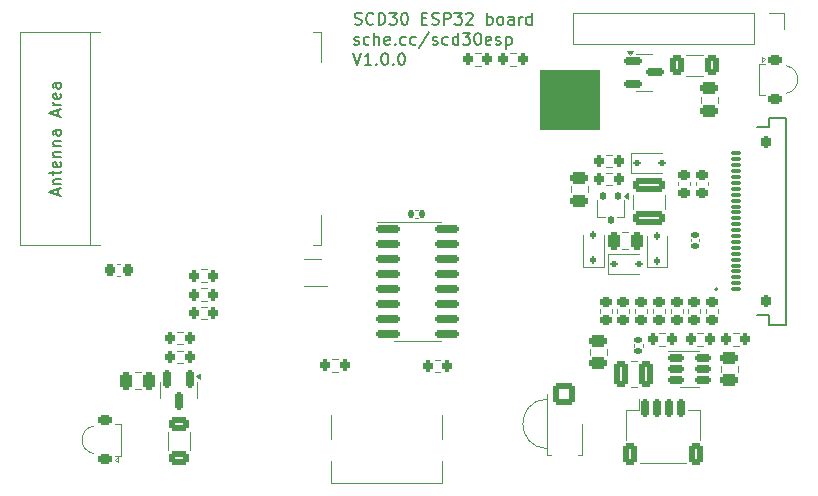
<source format=gbr>
%TF.GenerationSoftware,KiCad,Pcbnew,8.0.7*%
%TF.CreationDate,2025-01-23T23:10:57+01:00*%
%TF.ProjectId,scd30_esp,73636433-305f-4657-9370-2e6b69636164,rev?*%
%TF.SameCoordinates,Original*%
%TF.FileFunction,Legend,Top*%
%TF.FilePolarity,Positive*%
%FSLAX46Y46*%
G04 Gerber Fmt 4.6, Leading zero omitted, Abs format (unit mm)*
G04 Created by KiCad (PCBNEW 8.0.7) date 2025-01-23 23:10:57*
%MOMM*%
%LPD*%
G01*
G04 APERTURE LIST*
G04 Aperture macros list*
%AMRoundRect*
0 Rectangle with rounded corners*
0 $1 Rounding radius*
0 $2 $3 $4 $5 $6 $7 $8 $9 X,Y pos of 4 corners*
0 Add a 4 corners polygon primitive as box body*
4,1,4,$2,$3,$4,$5,$6,$7,$8,$9,$2,$3,0*
0 Add four circle primitives for the rounded corners*
1,1,$1+$1,$2,$3*
1,1,$1+$1,$4,$5*
1,1,$1+$1,$6,$7*
1,1,$1+$1,$8,$9*
0 Add four rect primitives between the rounded corners*
20,1,$1+$1,$2,$3,$4,$5,0*
20,1,$1+$1,$4,$5,$6,$7,0*
20,1,$1+$1,$6,$7,$8,$9,0*
20,1,$1+$1,$8,$9,$2,$3,0*%
G04 Aperture macros list end*
%ADD10C,0.100000*%
%ADD11C,0.150000*%
%ADD12C,0.120000*%
%ADD13C,0.127000*%
%ADD14C,0.200000*%
%ADD15C,0.010000*%
%ADD16RoundRect,0.200000X-0.200000X-0.275000X0.200000X-0.275000X0.200000X0.275000X-0.200000X0.275000X0*%
%ADD17RoundRect,0.225000X-0.250000X0.225000X-0.250000X-0.225000X0.250000X-0.225000X0.250000X0.225000X0*%
%ADD18RoundRect,0.225000X0.225000X0.250000X-0.225000X0.250000X-0.225000X-0.250000X0.225000X-0.250000X0*%
%ADD19RoundRect,0.140000X-0.170000X0.140000X-0.170000X-0.140000X0.170000X-0.140000X0.170000X0.140000X0*%
%ADD20R,1.400000X0.300000*%
%ADD21RoundRect,0.200000X0.200000X0.275000X-0.200000X0.275000X-0.200000X-0.275000X0.200000X-0.275000X0*%
%ADD22R,1.700000X1.700000*%
%ADD23O,1.700000X1.700000*%
%ADD24RoundRect,0.250000X0.625000X-0.312500X0.625000X0.312500X-0.625000X0.312500X-0.625000X-0.312500X0*%
%ADD25C,3.200000*%
%ADD26RoundRect,0.075000X0.325000X-0.075000X0.325000X0.075000X-0.325000X0.075000X-0.325000X-0.075000X0*%
%ADD27RoundRect,0.200000X0.200000X-0.300000X0.200000X0.300000X-0.200000X0.300000X-0.200000X-0.300000X0*%
%ADD28RoundRect,0.112500X0.112500X-0.187500X0.112500X0.187500X-0.112500X0.187500X-0.112500X-0.187500X0*%
%ADD29RoundRect,0.150000X-0.150000X-0.625000X0.150000X-0.625000X0.150000X0.625000X-0.150000X0.625000X0*%
%ADD30RoundRect,0.250000X-0.350000X-0.650000X0.350000X-0.650000X0.350000X0.650000X-0.350000X0.650000X0*%
%ADD31R,0.650000X0.400000*%
%ADD32C,0.650000*%
%ADD33R,0.600000X1.450000*%
%ADD34R,0.300000X1.450000*%
%ADD35O,1.000000X2.100000*%
%ADD36O,1.000000X1.600000*%
%ADD37RoundRect,0.150000X-0.587500X-0.150000X0.587500X-0.150000X0.587500X0.150000X-0.587500X0.150000X0*%
%ADD38RoundRect,0.150000X-0.825000X-0.150000X0.825000X-0.150000X0.825000X0.150000X-0.825000X0.150000X0*%
%ADD39RoundRect,0.250000X0.475000X-0.250000X0.475000X0.250000X-0.475000X0.250000X-0.475000X-0.250000X0*%
%ADD40RoundRect,0.250000X0.312500X0.625000X-0.312500X0.625000X-0.312500X-0.625000X0.312500X-0.625000X0*%
%ADD41R,0.900000X1.500000*%
%ADD42R,1.500000X0.900000*%
%ADD43R,0.900000X0.900000*%
%ADD44RoundRect,0.250000X-1.075000X0.375000X-1.075000X-0.375000X1.075000X-0.375000X1.075000X0.375000X0*%
%ADD45RoundRect,0.250000X-0.250000X-0.475000X0.250000X-0.475000X0.250000X0.475000X-0.250000X0.475000X0*%
%ADD46RoundRect,0.140000X0.140000X0.170000X-0.140000X0.170000X-0.140000X-0.170000X0.140000X-0.170000X0*%
%ADD47RoundRect,0.112500X-0.187500X-0.112500X0.187500X-0.112500X0.187500X0.112500X-0.187500X0.112500X0*%
%ADD48RoundRect,0.225000X-0.375000X0.225000X-0.375000X-0.225000X0.375000X-0.225000X0.375000X0.225000X0*%
%ADD49RoundRect,0.150000X-0.512500X-0.150000X0.512500X-0.150000X0.512500X0.150000X-0.512500X0.150000X0*%
%ADD50RoundRect,0.250000X0.250000X0.475000X-0.250000X0.475000X-0.250000X-0.475000X0.250000X-0.475000X0*%
%ADD51RoundRect,0.250200X-0.649800X0.649800X-0.649800X-0.649800X0.649800X-0.649800X0.649800X0.649800X0*%
%ADD52C,1.800000*%
%ADD53RoundRect,0.150000X-0.150000X0.587500X-0.150000X-0.587500X0.150000X-0.587500X0.150000X0.587500X0*%
%ADD54RoundRect,0.250000X0.375000X0.850000X-0.375000X0.850000X-0.375000X-0.850000X0.375000X-0.850000X0*%
%ADD55RoundRect,0.112500X0.112500X0.237500X-0.112500X0.237500X-0.112500X-0.237500X0.112500X-0.237500X0*%
%ADD56RoundRect,0.250000X-0.475000X0.250000X-0.475000X-0.250000X0.475000X-0.250000X0.475000X0.250000X0*%
%ADD57RoundRect,0.225000X0.375000X-0.225000X0.375000X0.225000X-0.375000X0.225000X-0.375000X-0.225000X0*%
G04 APERTURE END LIST*
D10*
X147600000Y-82900000D02*
X152600000Y-82900000D01*
X152600000Y-87900000D01*
X147600000Y-87900000D01*
X147600000Y-82900000D01*
G36*
X147600000Y-82900000D02*
G01*
X152600000Y-82900000D01*
X152600000Y-87900000D01*
X147600000Y-87900000D01*
X147600000Y-82900000D01*
G37*
D11*
X131833333Y-80707200D02*
X131928571Y-80754819D01*
X131928571Y-80754819D02*
X132119047Y-80754819D01*
X132119047Y-80754819D02*
X132214285Y-80707200D01*
X132214285Y-80707200D02*
X132261904Y-80611961D01*
X132261904Y-80611961D02*
X132261904Y-80564342D01*
X132261904Y-80564342D02*
X132214285Y-80469104D01*
X132214285Y-80469104D02*
X132119047Y-80421485D01*
X132119047Y-80421485D02*
X131976190Y-80421485D01*
X131976190Y-80421485D02*
X131880952Y-80373866D01*
X131880952Y-80373866D02*
X131833333Y-80278628D01*
X131833333Y-80278628D02*
X131833333Y-80231009D01*
X131833333Y-80231009D02*
X131880952Y-80135771D01*
X131880952Y-80135771D02*
X131976190Y-80088152D01*
X131976190Y-80088152D02*
X132119047Y-80088152D01*
X132119047Y-80088152D02*
X132214285Y-80135771D01*
X133119047Y-80707200D02*
X133023809Y-80754819D01*
X133023809Y-80754819D02*
X132833333Y-80754819D01*
X132833333Y-80754819D02*
X132738095Y-80707200D01*
X132738095Y-80707200D02*
X132690476Y-80659580D01*
X132690476Y-80659580D02*
X132642857Y-80564342D01*
X132642857Y-80564342D02*
X132642857Y-80278628D01*
X132642857Y-80278628D02*
X132690476Y-80183390D01*
X132690476Y-80183390D02*
X132738095Y-80135771D01*
X132738095Y-80135771D02*
X132833333Y-80088152D01*
X132833333Y-80088152D02*
X133023809Y-80088152D01*
X133023809Y-80088152D02*
X133119047Y-80135771D01*
X133547619Y-80754819D02*
X133547619Y-79754819D01*
X133976190Y-80754819D02*
X133976190Y-80231009D01*
X133976190Y-80231009D02*
X133928571Y-80135771D01*
X133928571Y-80135771D02*
X133833333Y-80088152D01*
X133833333Y-80088152D02*
X133690476Y-80088152D01*
X133690476Y-80088152D02*
X133595238Y-80135771D01*
X133595238Y-80135771D02*
X133547619Y-80183390D01*
X134833333Y-80707200D02*
X134738095Y-80754819D01*
X134738095Y-80754819D02*
X134547619Y-80754819D01*
X134547619Y-80754819D02*
X134452381Y-80707200D01*
X134452381Y-80707200D02*
X134404762Y-80611961D01*
X134404762Y-80611961D02*
X134404762Y-80231009D01*
X134404762Y-80231009D02*
X134452381Y-80135771D01*
X134452381Y-80135771D02*
X134547619Y-80088152D01*
X134547619Y-80088152D02*
X134738095Y-80088152D01*
X134738095Y-80088152D02*
X134833333Y-80135771D01*
X134833333Y-80135771D02*
X134880952Y-80231009D01*
X134880952Y-80231009D02*
X134880952Y-80326247D01*
X134880952Y-80326247D02*
X134404762Y-80421485D01*
X135309524Y-80659580D02*
X135357143Y-80707200D01*
X135357143Y-80707200D02*
X135309524Y-80754819D01*
X135309524Y-80754819D02*
X135261905Y-80707200D01*
X135261905Y-80707200D02*
X135309524Y-80659580D01*
X135309524Y-80659580D02*
X135309524Y-80754819D01*
X136214285Y-80707200D02*
X136119047Y-80754819D01*
X136119047Y-80754819D02*
X135928571Y-80754819D01*
X135928571Y-80754819D02*
X135833333Y-80707200D01*
X135833333Y-80707200D02*
X135785714Y-80659580D01*
X135785714Y-80659580D02*
X135738095Y-80564342D01*
X135738095Y-80564342D02*
X135738095Y-80278628D01*
X135738095Y-80278628D02*
X135785714Y-80183390D01*
X135785714Y-80183390D02*
X135833333Y-80135771D01*
X135833333Y-80135771D02*
X135928571Y-80088152D01*
X135928571Y-80088152D02*
X136119047Y-80088152D01*
X136119047Y-80088152D02*
X136214285Y-80135771D01*
X137071428Y-80707200D02*
X136976190Y-80754819D01*
X136976190Y-80754819D02*
X136785714Y-80754819D01*
X136785714Y-80754819D02*
X136690476Y-80707200D01*
X136690476Y-80707200D02*
X136642857Y-80659580D01*
X136642857Y-80659580D02*
X136595238Y-80564342D01*
X136595238Y-80564342D02*
X136595238Y-80278628D01*
X136595238Y-80278628D02*
X136642857Y-80183390D01*
X136642857Y-80183390D02*
X136690476Y-80135771D01*
X136690476Y-80135771D02*
X136785714Y-80088152D01*
X136785714Y-80088152D02*
X136976190Y-80088152D01*
X136976190Y-80088152D02*
X137071428Y-80135771D01*
X138214285Y-79707200D02*
X137357143Y-80992914D01*
X138500000Y-80707200D02*
X138595238Y-80754819D01*
X138595238Y-80754819D02*
X138785714Y-80754819D01*
X138785714Y-80754819D02*
X138880952Y-80707200D01*
X138880952Y-80707200D02*
X138928571Y-80611961D01*
X138928571Y-80611961D02*
X138928571Y-80564342D01*
X138928571Y-80564342D02*
X138880952Y-80469104D01*
X138880952Y-80469104D02*
X138785714Y-80421485D01*
X138785714Y-80421485D02*
X138642857Y-80421485D01*
X138642857Y-80421485D02*
X138547619Y-80373866D01*
X138547619Y-80373866D02*
X138500000Y-80278628D01*
X138500000Y-80278628D02*
X138500000Y-80231009D01*
X138500000Y-80231009D02*
X138547619Y-80135771D01*
X138547619Y-80135771D02*
X138642857Y-80088152D01*
X138642857Y-80088152D02*
X138785714Y-80088152D01*
X138785714Y-80088152D02*
X138880952Y-80135771D01*
X139785714Y-80707200D02*
X139690476Y-80754819D01*
X139690476Y-80754819D02*
X139500000Y-80754819D01*
X139500000Y-80754819D02*
X139404762Y-80707200D01*
X139404762Y-80707200D02*
X139357143Y-80659580D01*
X139357143Y-80659580D02*
X139309524Y-80564342D01*
X139309524Y-80564342D02*
X139309524Y-80278628D01*
X139309524Y-80278628D02*
X139357143Y-80183390D01*
X139357143Y-80183390D02*
X139404762Y-80135771D01*
X139404762Y-80135771D02*
X139500000Y-80088152D01*
X139500000Y-80088152D02*
X139690476Y-80088152D01*
X139690476Y-80088152D02*
X139785714Y-80135771D01*
X140642857Y-80754819D02*
X140642857Y-79754819D01*
X140642857Y-80707200D02*
X140547619Y-80754819D01*
X140547619Y-80754819D02*
X140357143Y-80754819D01*
X140357143Y-80754819D02*
X140261905Y-80707200D01*
X140261905Y-80707200D02*
X140214286Y-80659580D01*
X140214286Y-80659580D02*
X140166667Y-80564342D01*
X140166667Y-80564342D02*
X140166667Y-80278628D01*
X140166667Y-80278628D02*
X140214286Y-80183390D01*
X140214286Y-80183390D02*
X140261905Y-80135771D01*
X140261905Y-80135771D02*
X140357143Y-80088152D01*
X140357143Y-80088152D02*
X140547619Y-80088152D01*
X140547619Y-80088152D02*
X140642857Y-80135771D01*
X141023810Y-79754819D02*
X141642857Y-79754819D01*
X141642857Y-79754819D02*
X141309524Y-80135771D01*
X141309524Y-80135771D02*
X141452381Y-80135771D01*
X141452381Y-80135771D02*
X141547619Y-80183390D01*
X141547619Y-80183390D02*
X141595238Y-80231009D01*
X141595238Y-80231009D02*
X141642857Y-80326247D01*
X141642857Y-80326247D02*
X141642857Y-80564342D01*
X141642857Y-80564342D02*
X141595238Y-80659580D01*
X141595238Y-80659580D02*
X141547619Y-80707200D01*
X141547619Y-80707200D02*
X141452381Y-80754819D01*
X141452381Y-80754819D02*
X141166667Y-80754819D01*
X141166667Y-80754819D02*
X141071429Y-80707200D01*
X141071429Y-80707200D02*
X141023810Y-80659580D01*
X142261905Y-79754819D02*
X142357143Y-79754819D01*
X142357143Y-79754819D02*
X142452381Y-79802438D01*
X142452381Y-79802438D02*
X142500000Y-79850057D01*
X142500000Y-79850057D02*
X142547619Y-79945295D01*
X142547619Y-79945295D02*
X142595238Y-80135771D01*
X142595238Y-80135771D02*
X142595238Y-80373866D01*
X142595238Y-80373866D02*
X142547619Y-80564342D01*
X142547619Y-80564342D02*
X142500000Y-80659580D01*
X142500000Y-80659580D02*
X142452381Y-80707200D01*
X142452381Y-80707200D02*
X142357143Y-80754819D01*
X142357143Y-80754819D02*
X142261905Y-80754819D01*
X142261905Y-80754819D02*
X142166667Y-80707200D01*
X142166667Y-80707200D02*
X142119048Y-80659580D01*
X142119048Y-80659580D02*
X142071429Y-80564342D01*
X142071429Y-80564342D02*
X142023810Y-80373866D01*
X142023810Y-80373866D02*
X142023810Y-80135771D01*
X142023810Y-80135771D02*
X142071429Y-79945295D01*
X142071429Y-79945295D02*
X142119048Y-79850057D01*
X142119048Y-79850057D02*
X142166667Y-79802438D01*
X142166667Y-79802438D02*
X142261905Y-79754819D01*
X143404762Y-80707200D02*
X143309524Y-80754819D01*
X143309524Y-80754819D02*
X143119048Y-80754819D01*
X143119048Y-80754819D02*
X143023810Y-80707200D01*
X143023810Y-80707200D02*
X142976191Y-80611961D01*
X142976191Y-80611961D02*
X142976191Y-80231009D01*
X142976191Y-80231009D02*
X143023810Y-80135771D01*
X143023810Y-80135771D02*
X143119048Y-80088152D01*
X143119048Y-80088152D02*
X143309524Y-80088152D01*
X143309524Y-80088152D02*
X143404762Y-80135771D01*
X143404762Y-80135771D02*
X143452381Y-80231009D01*
X143452381Y-80231009D02*
X143452381Y-80326247D01*
X143452381Y-80326247D02*
X142976191Y-80421485D01*
X143833334Y-80707200D02*
X143928572Y-80754819D01*
X143928572Y-80754819D02*
X144119048Y-80754819D01*
X144119048Y-80754819D02*
X144214286Y-80707200D01*
X144214286Y-80707200D02*
X144261905Y-80611961D01*
X144261905Y-80611961D02*
X144261905Y-80564342D01*
X144261905Y-80564342D02*
X144214286Y-80469104D01*
X144214286Y-80469104D02*
X144119048Y-80421485D01*
X144119048Y-80421485D02*
X143976191Y-80421485D01*
X143976191Y-80421485D02*
X143880953Y-80373866D01*
X143880953Y-80373866D02*
X143833334Y-80278628D01*
X143833334Y-80278628D02*
X143833334Y-80231009D01*
X143833334Y-80231009D02*
X143880953Y-80135771D01*
X143880953Y-80135771D02*
X143976191Y-80088152D01*
X143976191Y-80088152D02*
X144119048Y-80088152D01*
X144119048Y-80088152D02*
X144214286Y-80135771D01*
X144690477Y-80088152D02*
X144690477Y-81088152D01*
X144690477Y-80135771D02*
X144785715Y-80088152D01*
X144785715Y-80088152D02*
X144976191Y-80088152D01*
X144976191Y-80088152D02*
X145071429Y-80135771D01*
X145071429Y-80135771D02*
X145119048Y-80183390D01*
X145119048Y-80183390D02*
X145166667Y-80278628D01*
X145166667Y-80278628D02*
X145166667Y-80564342D01*
X145166667Y-80564342D02*
X145119048Y-80659580D01*
X145119048Y-80659580D02*
X145071429Y-80707200D01*
X145071429Y-80707200D02*
X144976191Y-80754819D01*
X144976191Y-80754819D02*
X144785715Y-80754819D01*
X144785715Y-80754819D02*
X144690477Y-80707200D01*
X131899999Y-79007200D02*
X132042856Y-79054819D01*
X132042856Y-79054819D02*
X132280951Y-79054819D01*
X132280951Y-79054819D02*
X132376189Y-79007200D01*
X132376189Y-79007200D02*
X132423808Y-78959580D01*
X132423808Y-78959580D02*
X132471427Y-78864342D01*
X132471427Y-78864342D02*
X132471427Y-78769104D01*
X132471427Y-78769104D02*
X132423808Y-78673866D01*
X132423808Y-78673866D02*
X132376189Y-78626247D01*
X132376189Y-78626247D02*
X132280951Y-78578628D01*
X132280951Y-78578628D02*
X132090475Y-78531009D01*
X132090475Y-78531009D02*
X131995237Y-78483390D01*
X131995237Y-78483390D02*
X131947618Y-78435771D01*
X131947618Y-78435771D02*
X131899999Y-78340533D01*
X131899999Y-78340533D02*
X131899999Y-78245295D01*
X131899999Y-78245295D02*
X131947618Y-78150057D01*
X131947618Y-78150057D02*
X131995237Y-78102438D01*
X131995237Y-78102438D02*
X132090475Y-78054819D01*
X132090475Y-78054819D02*
X132328570Y-78054819D01*
X132328570Y-78054819D02*
X132471427Y-78102438D01*
X133471427Y-78959580D02*
X133423808Y-79007200D01*
X133423808Y-79007200D02*
X133280951Y-79054819D01*
X133280951Y-79054819D02*
X133185713Y-79054819D01*
X133185713Y-79054819D02*
X133042856Y-79007200D01*
X133042856Y-79007200D02*
X132947618Y-78911961D01*
X132947618Y-78911961D02*
X132899999Y-78816723D01*
X132899999Y-78816723D02*
X132852380Y-78626247D01*
X132852380Y-78626247D02*
X132852380Y-78483390D01*
X132852380Y-78483390D02*
X132899999Y-78292914D01*
X132899999Y-78292914D02*
X132947618Y-78197676D01*
X132947618Y-78197676D02*
X133042856Y-78102438D01*
X133042856Y-78102438D02*
X133185713Y-78054819D01*
X133185713Y-78054819D02*
X133280951Y-78054819D01*
X133280951Y-78054819D02*
X133423808Y-78102438D01*
X133423808Y-78102438D02*
X133471427Y-78150057D01*
X133899999Y-79054819D02*
X133899999Y-78054819D01*
X133899999Y-78054819D02*
X134138094Y-78054819D01*
X134138094Y-78054819D02*
X134280951Y-78102438D01*
X134280951Y-78102438D02*
X134376189Y-78197676D01*
X134376189Y-78197676D02*
X134423808Y-78292914D01*
X134423808Y-78292914D02*
X134471427Y-78483390D01*
X134471427Y-78483390D02*
X134471427Y-78626247D01*
X134471427Y-78626247D02*
X134423808Y-78816723D01*
X134423808Y-78816723D02*
X134376189Y-78911961D01*
X134376189Y-78911961D02*
X134280951Y-79007200D01*
X134280951Y-79007200D02*
X134138094Y-79054819D01*
X134138094Y-79054819D02*
X133899999Y-79054819D01*
X134804761Y-78054819D02*
X135423808Y-78054819D01*
X135423808Y-78054819D02*
X135090475Y-78435771D01*
X135090475Y-78435771D02*
X135233332Y-78435771D01*
X135233332Y-78435771D02*
X135328570Y-78483390D01*
X135328570Y-78483390D02*
X135376189Y-78531009D01*
X135376189Y-78531009D02*
X135423808Y-78626247D01*
X135423808Y-78626247D02*
X135423808Y-78864342D01*
X135423808Y-78864342D02*
X135376189Y-78959580D01*
X135376189Y-78959580D02*
X135328570Y-79007200D01*
X135328570Y-79007200D02*
X135233332Y-79054819D01*
X135233332Y-79054819D02*
X134947618Y-79054819D01*
X134947618Y-79054819D02*
X134852380Y-79007200D01*
X134852380Y-79007200D02*
X134804761Y-78959580D01*
X136042856Y-78054819D02*
X136138094Y-78054819D01*
X136138094Y-78054819D02*
X136233332Y-78102438D01*
X136233332Y-78102438D02*
X136280951Y-78150057D01*
X136280951Y-78150057D02*
X136328570Y-78245295D01*
X136328570Y-78245295D02*
X136376189Y-78435771D01*
X136376189Y-78435771D02*
X136376189Y-78673866D01*
X136376189Y-78673866D02*
X136328570Y-78864342D01*
X136328570Y-78864342D02*
X136280951Y-78959580D01*
X136280951Y-78959580D02*
X136233332Y-79007200D01*
X136233332Y-79007200D02*
X136138094Y-79054819D01*
X136138094Y-79054819D02*
X136042856Y-79054819D01*
X136042856Y-79054819D02*
X135947618Y-79007200D01*
X135947618Y-79007200D02*
X135899999Y-78959580D01*
X135899999Y-78959580D02*
X135852380Y-78864342D01*
X135852380Y-78864342D02*
X135804761Y-78673866D01*
X135804761Y-78673866D02*
X135804761Y-78435771D01*
X135804761Y-78435771D02*
X135852380Y-78245295D01*
X135852380Y-78245295D02*
X135899999Y-78150057D01*
X135899999Y-78150057D02*
X135947618Y-78102438D01*
X135947618Y-78102438D02*
X136042856Y-78054819D01*
X137566666Y-78531009D02*
X137899999Y-78531009D01*
X138042856Y-79054819D02*
X137566666Y-79054819D01*
X137566666Y-79054819D02*
X137566666Y-78054819D01*
X137566666Y-78054819D02*
X138042856Y-78054819D01*
X138423809Y-79007200D02*
X138566666Y-79054819D01*
X138566666Y-79054819D02*
X138804761Y-79054819D01*
X138804761Y-79054819D02*
X138899999Y-79007200D01*
X138899999Y-79007200D02*
X138947618Y-78959580D01*
X138947618Y-78959580D02*
X138995237Y-78864342D01*
X138995237Y-78864342D02*
X138995237Y-78769104D01*
X138995237Y-78769104D02*
X138947618Y-78673866D01*
X138947618Y-78673866D02*
X138899999Y-78626247D01*
X138899999Y-78626247D02*
X138804761Y-78578628D01*
X138804761Y-78578628D02*
X138614285Y-78531009D01*
X138614285Y-78531009D02*
X138519047Y-78483390D01*
X138519047Y-78483390D02*
X138471428Y-78435771D01*
X138471428Y-78435771D02*
X138423809Y-78340533D01*
X138423809Y-78340533D02*
X138423809Y-78245295D01*
X138423809Y-78245295D02*
X138471428Y-78150057D01*
X138471428Y-78150057D02*
X138519047Y-78102438D01*
X138519047Y-78102438D02*
X138614285Y-78054819D01*
X138614285Y-78054819D02*
X138852380Y-78054819D01*
X138852380Y-78054819D02*
X138995237Y-78102438D01*
X139423809Y-79054819D02*
X139423809Y-78054819D01*
X139423809Y-78054819D02*
X139804761Y-78054819D01*
X139804761Y-78054819D02*
X139899999Y-78102438D01*
X139899999Y-78102438D02*
X139947618Y-78150057D01*
X139947618Y-78150057D02*
X139995237Y-78245295D01*
X139995237Y-78245295D02*
X139995237Y-78388152D01*
X139995237Y-78388152D02*
X139947618Y-78483390D01*
X139947618Y-78483390D02*
X139899999Y-78531009D01*
X139899999Y-78531009D02*
X139804761Y-78578628D01*
X139804761Y-78578628D02*
X139423809Y-78578628D01*
X140328571Y-78054819D02*
X140947618Y-78054819D01*
X140947618Y-78054819D02*
X140614285Y-78435771D01*
X140614285Y-78435771D02*
X140757142Y-78435771D01*
X140757142Y-78435771D02*
X140852380Y-78483390D01*
X140852380Y-78483390D02*
X140899999Y-78531009D01*
X140899999Y-78531009D02*
X140947618Y-78626247D01*
X140947618Y-78626247D02*
X140947618Y-78864342D01*
X140947618Y-78864342D02*
X140899999Y-78959580D01*
X140899999Y-78959580D02*
X140852380Y-79007200D01*
X140852380Y-79007200D02*
X140757142Y-79054819D01*
X140757142Y-79054819D02*
X140471428Y-79054819D01*
X140471428Y-79054819D02*
X140376190Y-79007200D01*
X140376190Y-79007200D02*
X140328571Y-78959580D01*
X141328571Y-78150057D02*
X141376190Y-78102438D01*
X141376190Y-78102438D02*
X141471428Y-78054819D01*
X141471428Y-78054819D02*
X141709523Y-78054819D01*
X141709523Y-78054819D02*
X141804761Y-78102438D01*
X141804761Y-78102438D02*
X141852380Y-78150057D01*
X141852380Y-78150057D02*
X141899999Y-78245295D01*
X141899999Y-78245295D02*
X141899999Y-78340533D01*
X141899999Y-78340533D02*
X141852380Y-78483390D01*
X141852380Y-78483390D02*
X141280952Y-79054819D01*
X141280952Y-79054819D02*
X141899999Y-79054819D01*
X143090476Y-79054819D02*
X143090476Y-78054819D01*
X143090476Y-78435771D02*
X143185714Y-78388152D01*
X143185714Y-78388152D02*
X143376190Y-78388152D01*
X143376190Y-78388152D02*
X143471428Y-78435771D01*
X143471428Y-78435771D02*
X143519047Y-78483390D01*
X143519047Y-78483390D02*
X143566666Y-78578628D01*
X143566666Y-78578628D02*
X143566666Y-78864342D01*
X143566666Y-78864342D02*
X143519047Y-78959580D01*
X143519047Y-78959580D02*
X143471428Y-79007200D01*
X143471428Y-79007200D02*
X143376190Y-79054819D01*
X143376190Y-79054819D02*
X143185714Y-79054819D01*
X143185714Y-79054819D02*
X143090476Y-79007200D01*
X144138095Y-79054819D02*
X144042857Y-79007200D01*
X144042857Y-79007200D02*
X143995238Y-78959580D01*
X143995238Y-78959580D02*
X143947619Y-78864342D01*
X143947619Y-78864342D02*
X143947619Y-78578628D01*
X143947619Y-78578628D02*
X143995238Y-78483390D01*
X143995238Y-78483390D02*
X144042857Y-78435771D01*
X144042857Y-78435771D02*
X144138095Y-78388152D01*
X144138095Y-78388152D02*
X144280952Y-78388152D01*
X144280952Y-78388152D02*
X144376190Y-78435771D01*
X144376190Y-78435771D02*
X144423809Y-78483390D01*
X144423809Y-78483390D02*
X144471428Y-78578628D01*
X144471428Y-78578628D02*
X144471428Y-78864342D01*
X144471428Y-78864342D02*
X144423809Y-78959580D01*
X144423809Y-78959580D02*
X144376190Y-79007200D01*
X144376190Y-79007200D02*
X144280952Y-79054819D01*
X144280952Y-79054819D02*
X144138095Y-79054819D01*
X145328571Y-79054819D02*
X145328571Y-78531009D01*
X145328571Y-78531009D02*
X145280952Y-78435771D01*
X145280952Y-78435771D02*
X145185714Y-78388152D01*
X145185714Y-78388152D02*
X144995238Y-78388152D01*
X144995238Y-78388152D02*
X144900000Y-78435771D01*
X145328571Y-79007200D02*
X145233333Y-79054819D01*
X145233333Y-79054819D02*
X144995238Y-79054819D01*
X144995238Y-79054819D02*
X144900000Y-79007200D01*
X144900000Y-79007200D02*
X144852381Y-78911961D01*
X144852381Y-78911961D02*
X144852381Y-78816723D01*
X144852381Y-78816723D02*
X144900000Y-78721485D01*
X144900000Y-78721485D02*
X144995238Y-78673866D01*
X144995238Y-78673866D02*
X145233333Y-78673866D01*
X145233333Y-78673866D02*
X145328571Y-78626247D01*
X145804762Y-79054819D02*
X145804762Y-78388152D01*
X145804762Y-78578628D02*
X145852381Y-78483390D01*
X145852381Y-78483390D02*
X145900000Y-78435771D01*
X145900000Y-78435771D02*
X145995238Y-78388152D01*
X145995238Y-78388152D02*
X146090476Y-78388152D01*
X146852381Y-79054819D02*
X146852381Y-78054819D01*
X146852381Y-79007200D02*
X146757143Y-79054819D01*
X146757143Y-79054819D02*
X146566667Y-79054819D01*
X146566667Y-79054819D02*
X146471429Y-79007200D01*
X146471429Y-79007200D02*
X146423810Y-78959580D01*
X146423810Y-78959580D02*
X146376191Y-78864342D01*
X146376191Y-78864342D02*
X146376191Y-78578628D01*
X146376191Y-78578628D02*
X146423810Y-78483390D01*
X146423810Y-78483390D02*
X146471429Y-78435771D01*
X146471429Y-78435771D02*
X146566667Y-78388152D01*
X146566667Y-78388152D02*
X146757143Y-78388152D01*
X146757143Y-78388152D02*
X146852381Y-78435771D01*
X131761905Y-81454819D02*
X132095238Y-82454819D01*
X132095238Y-82454819D02*
X132428571Y-81454819D01*
X133285714Y-82454819D02*
X132714286Y-82454819D01*
X133000000Y-82454819D02*
X133000000Y-81454819D01*
X133000000Y-81454819D02*
X132904762Y-81597676D01*
X132904762Y-81597676D02*
X132809524Y-81692914D01*
X132809524Y-81692914D02*
X132714286Y-81740533D01*
X133714286Y-82359580D02*
X133761905Y-82407200D01*
X133761905Y-82407200D02*
X133714286Y-82454819D01*
X133714286Y-82454819D02*
X133666667Y-82407200D01*
X133666667Y-82407200D02*
X133714286Y-82359580D01*
X133714286Y-82359580D02*
X133714286Y-82454819D01*
X134380952Y-81454819D02*
X134476190Y-81454819D01*
X134476190Y-81454819D02*
X134571428Y-81502438D01*
X134571428Y-81502438D02*
X134619047Y-81550057D01*
X134619047Y-81550057D02*
X134666666Y-81645295D01*
X134666666Y-81645295D02*
X134714285Y-81835771D01*
X134714285Y-81835771D02*
X134714285Y-82073866D01*
X134714285Y-82073866D02*
X134666666Y-82264342D01*
X134666666Y-82264342D02*
X134619047Y-82359580D01*
X134619047Y-82359580D02*
X134571428Y-82407200D01*
X134571428Y-82407200D02*
X134476190Y-82454819D01*
X134476190Y-82454819D02*
X134380952Y-82454819D01*
X134380952Y-82454819D02*
X134285714Y-82407200D01*
X134285714Y-82407200D02*
X134238095Y-82359580D01*
X134238095Y-82359580D02*
X134190476Y-82264342D01*
X134190476Y-82264342D02*
X134142857Y-82073866D01*
X134142857Y-82073866D02*
X134142857Y-81835771D01*
X134142857Y-81835771D02*
X134190476Y-81645295D01*
X134190476Y-81645295D02*
X134238095Y-81550057D01*
X134238095Y-81550057D02*
X134285714Y-81502438D01*
X134285714Y-81502438D02*
X134380952Y-81454819D01*
X135142857Y-82359580D02*
X135190476Y-82407200D01*
X135190476Y-82407200D02*
X135142857Y-82454819D01*
X135142857Y-82454819D02*
X135095238Y-82407200D01*
X135095238Y-82407200D02*
X135142857Y-82359580D01*
X135142857Y-82359580D02*
X135142857Y-82454819D01*
X135809523Y-81454819D02*
X135904761Y-81454819D01*
X135904761Y-81454819D02*
X135999999Y-81502438D01*
X135999999Y-81502438D02*
X136047618Y-81550057D01*
X136047618Y-81550057D02*
X136095237Y-81645295D01*
X136095237Y-81645295D02*
X136142856Y-81835771D01*
X136142856Y-81835771D02*
X136142856Y-82073866D01*
X136142856Y-82073866D02*
X136095237Y-82264342D01*
X136095237Y-82264342D02*
X136047618Y-82359580D01*
X136047618Y-82359580D02*
X135999999Y-82407200D01*
X135999999Y-82407200D02*
X135904761Y-82454819D01*
X135904761Y-82454819D02*
X135809523Y-82454819D01*
X135809523Y-82454819D02*
X135714285Y-82407200D01*
X135714285Y-82407200D02*
X135666666Y-82359580D01*
X135666666Y-82359580D02*
X135619047Y-82264342D01*
X135619047Y-82264342D02*
X135571428Y-82073866D01*
X135571428Y-82073866D02*
X135571428Y-81835771D01*
X135571428Y-81835771D02*
X135619047Y-81645295D01*
X135619047Y-81645295D02*
X135666666Y-81550057D01*
X135666666Y-81550057D02*
X135714285Y-81502438D01*
X135714285Y-81502438D02*
X135809523Y-81454819D01*
X106729104Y-93461905D02*
X106729104Y-92985715D01*
X107014819Y-93557143D02*
X106014819Y-93223810D01*
X106014819Y-93223810D02*
X107014819Y-92890477D01*
X106348152Y-92557143D02*
X107014819Y-92557143D01*
X106443390Y-92557143D02*
X106395771Y-92509524D01*
X106395771Y-92509524D02*
X106348152Y-92414286D01*
X106348152Y-92414286D02*
X106348152Y-92271429D01*
X106348152Y-92271429D02*
X106395771Y-92176191D01*
X106395771Y-92176191D02*
X106491009Y-92128572D01*
X106491009Y-92128572D02*
X107014819Y-92128572D01*
X106348152Y-91795238D02*
X106348152Y-91414286D01*
X106014819Y-91652381D02*
X106871961Y-91652381D01*
X106871961Y-91652381D02*
X106967200Y-91604762D01*
X106967200Y-91604762D02*
X107014819Y-91509524D01*
X107014819Y-91509524D02*
X107014819Y-91414286D01*
X106967200Y-90700000D02*
X107014819Y-90795238D01*
X107014819Y-90795238D02*
X107014819Y-90985714D01*
X107014819Y-90985714D02*
X106967200Y-91080952D01*
X106967200Y-91080952D02*
X106871961Y-91128571D01*
X106871961Y-91128571D02*
X106491009Y-91128571D01*
X106491009Y-91128571D02*
X106395771Y-91080952D01*
X106395771Y-91080952D02*
X106348152Y-90985714D01*
X106348152Y-90985714D02*
X106348152Y-90795238D01*
X106348152Y-90795238D02*
X106395771Y-90700000D01*
X106395771Y-90700000D02*
X106491009Y-90652381D01*
X106491009Y-90652381D02*
X106586247Y-90652381D01*
X106586247Y-90652381D02*
X106681485Y-91128571D01*
X106348152Y-90223809D02*
X107014819Y-90223809D01*
X106443390Y-90223809D02*
X106395771Y-90176190D01*
X106395771Y-90176190D02*
X106348152Y-90080952D01*
X106348152Y-90080952D02*
X106348152Y-89938095D01*
X106348152Y-89938095D02*
X106395771Y-89842857D01*
X106395771Y-89842857D02*
X106491009Y-89795238D01*
X106491009Y-89795238D02*
X107014819Y-89795238D01*
X106348152Y-89319047D02*
X107014819Y-89319047D01*
X106443390Y-89319047D02*
X106395771Y-89271428D01*
X106395771Y-89271428D02*
X106348152Y-89176190D01*
X106348152Y-89176190D02*
X106348152Y-89033333D01*
X106348152Y-89033333D02*
X106395771Y-88938095D01*
X106395771Y-88938095D02*
X106491009Y-88890476D01*
X106491009Y-88890476D02*
X107014819Y-88890476D01*
X107014819Y-87985714D02*
X106491009Y-87985714D01*
X106491009Y-87985714D02*
X106395771Y-88033333D01*
X106395771Y-88033333D02*
X106348152Y-88128571D01*
X106348152Y-88128571D02*
X106348152Y-88319047D01*
X106348152Y-88319047D02*
X106395771Y-88414285D01*
X106967200Y-87985714D02*
X107014819Y-88080952D01*
X107014819Y-88080952D02*
X107014819Y-88319047D01*
X107014819Y-88319047D02*
X106967200Y-88414285D01*
X106967200Y-88414285D02*
X106871961Y-88461904D01*
X106871961Y-88461904D02*
X106776723Y-88461904D01*
X106776723Y-88461904D02*
X106681485Y-88414285D01*
X106681485Y-88414285D02*
X106633866Y-88319047D01*
X106633866Y-88319047D02*
X106633866Y-88080952D01*
X106633866Y-88080952D02*
X106586247Y-87985714D01*
X106729104Y-86795237D02*
X106729104Y-86319047D01*
X107014819Y-86890475D02*
X106014819Y-86557142D01*
X106014819Y-86557142D02*
X107014819Y-86223809D01*
X107014819Y-85890475D02*
X106348152Y-85890475D01*
X106538628Y-85890475D02*
X106443390Y-85842856D01*
X106443390Y-85842856D02*
X106395771Y-85795237D01*
X106395771Y-85795237D02*
X106348152Y-85699999D01*
X106348152Y-85699999D02*
X106348152Y-85604761D01*
X106967200Y-84890475D02*
X107014819Y-84985713D01*
X107014819Y-84985713D02*
X107014819Y-85176189D01*
X107014819Y-85176189D02*
X106967200Y-85271427D01*
X106967200Y-85271427D02*
X106871961Y-85319046D01*
X106871961Y-85319046D02*
X106491009Y-85319046D01*
X106491009Y-85319046D02*
X106395771Y-85271427D01*
X106395771Y-85271427D02*
X106348152Y-85176189D01*
X106348152Y-85176189D02*
X106348152Y-84985713D01*
X106348152Y-84985713D02*
X106395771Y-84890475D01*
X106395771Y-84890475D02*
X106491009Y-84842856D01*
X106491009Y-84842856D02*
X106586247Y-84842856D01*
X106586247Y-84842856D02*
X106681485Y-85319046D01*
X107014819Y-83985713D02*
X106491009Y-83985713D01*
X106491009Y-83985713D02*
X106395771Y-84033332D01*
X106395771Y-84033332D02*
X106348152Y-84128570D01*
X106348152Y-84128570D02*
X106348152Y-84319046D01*
X106348152Y-84319046D02*
X106395771Y-84414284D01*
X106967200Y-83985713D02*
X107014819Y-84080951D01*
X107014819Y-84080951D02*
X107014819Y-84319046D01*
X107014819Y-84319046D02*
X106967200Y-84414284D01*
X106967200Y-84414284D02*
X106871961Y-84461903D01*
X106871961Y-84461903D02*
X106776723Y-84461903D01*
X106776723Y-84461903D02*
X106681485Y-84414284D01*
X106681485Y-84414284D02*
X106633866Y-84319046D01*
X106633866Y-84319046D02*
X106633866Y-84080951D01*
X106633866Y-84080951D02*
X106586247Y-83985713D01*
D12*
%TO.C,R12*%
X145062742Y-81477500D02*
X145537258Y-81477500D01*
X145062742Y-82522500D02*
X145537258Y-82522500D01*
%TO.C,R9*%
X118862742Y-102927500D02*
X119337258Y-102927500D01*
X118862742Y-103972500D02*
X119337258Y-103972500D01*
%TO.C,C17*%
X160790000Y-92384420D02*
X160790000Y-92665580D01*
X161810000Y-92384420D02*
X161810000Y-92665580D01*
%TO.C,C5*%
X112040580Y-99290000D02*
X111759420Y-99290000D01*
X112040580Y-100310000D02*
X111759420Y-100310000D01*
%TO.C,C20*%
X160340000Y-97192164D02*
X160340000Y-97407836D01*
X161060000Y-97192164D02*
X161060000Y-97407836D01*
%TO.C,R3*%
X163902742Y-105177500D02*
X164377258Y-105177500D01*
X163902742Y-106222500D02*
X164377258Y-106222500D01*
D13*
%TO.C,J3*%
X165920000Y-103650000D02*
X167000000Y-103650000D01*
X167000000Y-86950000D02*
X167000000Y-87750000D01*
X167000000Y-87750000D02*
X165920000Y-87750000D01*
X167000000Y-103650000D02*
X167000000Y-104450000D01*
X167000000Y-104450000D02*
X168400000Y-104450000D01*
X168400000Y-86950000D02*
X167000000Y-86950000D01*
X168400000Y-104450000D02*
X168400000Y-86950000D01*
D14*
X162600000Y-101450000D02*
G75*
G02*
X162400000Y-101450000I-100000J0D01*
G01*
X162400000Y-101450000D02*
G75*
G02*
X162600000Y-101450000I100000J0D01*
G01*
D12*
%TO.C,C16*%
X152627500Y-103159420D02*
X152627500Y-103440580D01*
X153647500Y-103159420D02*
X153647500Y-103440580D01*
%TO.C,R13*%
X142537258Y-81477500D02*
X142062742Y-81477500D01*
X142537258Y-82522500D02*
X142062742Y-82522500D01*
%TO.C,J1*%
X150355000Y-78070000D02*
X150355000Y-80730000D01*
X165655000Y-78070000D02*
X150355000Y-78070000D01*
X165655000Y-78070000D02*
X165655000Y-80730000D01*
X165655000Y-80730000D02*
X150355000Y-80730000D01*
X166925000Y-78070000D02*
X168255000Y-78070000D01*
X168255000Y-78070000D02*
X168255000Y-79400000D01*
%TO.C,R4*%
X138662742Y-107427500D02*
X139137258Y-107427500D01*
X138662742Y-108472500D02*
X139137258Y-108472500D01*
%TO.C,C13*%
X157127500Y-103159420D02*
X157127500Y-103440580D01*
X158147500Y-103159420D02*
X158147500Y-103440580D01*
%TO.C,R6*%
X153637258Y-91577500D02*
X153162742Y-91577500D01*
X153637258Y-92622500D02*
X153162742Y-92622500D01*
%TO.C,C10*%
X161627500Y-103159420D02*
X161627500Y-103440580D01*
X162647500Y-103159420D02*
X162647500Y-103440580D01*
%TO.C,R16*%
X116090000Y-115027064D02*
X116090000Y-113572936D01*
X117910000Y-115027064D02*
X117910000Y-113572936D01*
%TO.C,D2*%
X151250000Y-99560000D02*
X151250000Y-96900000D01*
X151250000Y-99560000D02*
X152950000Y-99560000D01*
X152950000Y-99560000D02*
X152950000Y-96900000D01*
%TO.C,J4*%
X154890000Y-111715000D02*
X155940000Y-111715000D01*
X154890000Y-114215000D02*
X154890000Y-111715000D01*
X155940000Y-111715000D02*
X155940000Y-110725000D01*
X156060000Y-116185000D02*
X159940000Y-116185000D01*
X161110000Y-111715000D02*
X160060000Y-111715000D01*
X161110000Y-114215000D02*
X161110000Y-111715000D01*
%TO.C,Q3*%
X127600000Y-101210000D02*
X129500000Y-101210000D01*
X129000000Y-98890000D02*
X127600000Y-98890000D01*
%TO.C,J2*%
X129875000Y-112100000D02*
X129875000Y-114100000D01*
X129875000Y-116000000D02*
X129875000Y-117900000D01*
X129875000Y-117900000D02*
X139275000Y-117900000D01*
X139275000Y-112100000D02*
X139275000Y-114100000D01*
X139275000Y-116000000D02*
X139275000Y-117900000D01*
%TO.C,Q2*%
X156362500Y-81540000D02*
X155712500Y-81540000D01*
X156362500Y-81540000D02*
X157012500Y-81540000D01*
X156362500Y-84660000D02*
X155712500Y-84660000D01*
X156362500Y-84660000D02*
X157012500Y-84660000D01*
X155200000Y-81590000D02*
X154960000Y-81260000D01*
X155440000Y-81260000D01*
X155200000Y-81590000D01*
G36*
X155200000Y-81590000D02*
G01*
X154960000Y-81260000D01*
X155440000Y-81260000D01*
X155200000Y-81590000D01*
G37*
%TO.C,R1*%
X157687742Y-105177500D02*
X158162258Y-105177500D01*
X157687742Y-106222500D02*
X158162258Y-106222500D01*
%TO.C,U3*%
X137200000Y-95740000D02*
X133750000Y-95740000D01*
X137200000Y-95740000D02*
X139150000Y-95740000D01*
X137200000Y-105860000D02*
X135250000Y-105860000D01*
X137200000Y-105860000D02*
X139150000Y-105860000D01*
%TO.C,C15*%
X154127500Y-103159420D02*
X154127500Y-103440580D01*
X155147500Y-103159420D02*
X155147500Y-103440580D01*
%TO.C,C9*%
X150165000Y-93261252D02*
X150165000Y-92738748D01*
X151635000Y-93261252D02*
X151635000Y-92738748D01*
%TO.C,C18*%
X159290000Y-92384420D02*
X159290000Y-92665580D01*
X160310000Y-92384420D02*
X160310000Y-92665580D01*
%TO.C,R11*%
X161389564Y-81590000D02*
X159935436Y-81590000D01*
X161389564Y-83410000D02*
X159935436Y-83410000D01*
%TO.C,U2*%
X103560000Y-79700000D02*
X110310000Y-79700000D01*
X103560000Y-97700000D02*
X103560000Y-79700000D01*
X103560000Y-97700000D02*
X110310000Y-97700000D01*
X109500000Y-79700000D02*
X109500000Y-97700000D01*
X128310000Y-79700000D02*
X129060000Y-79700000D01*
X128310000Y-97700000D02*
X129060000Y-97700000D01*
X129060000Y-79700000D02*
X129060000Y-80450000D01*
X129060000Y-80450000D02*
X129060000Y-82200000D01*
X129060000Y-96950000D02*
X129060000Y-95200000D01*
X129060000Y-97700000D02*
X129060000Y-96950000D01*
%TO.C,R15*%
X116837742Y-106677500D02*
X117312258Y-106677500D01*
X116837742Y-107722500D02*
X117312258Y-107722500D01*
%TO.C,L2*%
X155440000Y-93447936D02*
X155440000Y-94652064D01*
X158160000Y-93447936D02*
X158160000Y-94652064D01*
%TO.C,R5*%
X130437258Y-107377500D02*
X129962742Y-107377500D01*
X130437258Y-108422500D02*
X129962742Y-108422500D01*
%TO.C,C11*%
X160127500Y-103159420D02*
X160127500Y-103440580D01*
X161147500Y-103159420D02*
X161147500Y-103440580D01*
%TO.C,R14*%
X116837742Y-105077500D02*
X117312258Y-105077500D01*
X116837742Y-106122500D02*
X117312258Y-106122500D01*
%TO.C,C2*%
X151765000Y-107011252D02*
X151765000Y-106488748D01*
X153235000Y-107011252D02*
X153235000Y-106488748D01*
%TO.C,C7*%
X113238748Y-108465000D02*
X113761252Y-108465000D01*
X113238748Y-109935000D02*
X113761252Y-109935000D01*
%TO.C,C4*%
X137202836Y-94735000D02*
X136987164Y-94735000D01*
X137202836Y-95455000D02*
X136987164Y-95455000D01*
%TO.C,D3*%
X153290000Y-98500000D02*
X153290000Y-100200000D01*
X153290000Y-98500000D02*
X155950000Y-98500000D01*
X153290000Y-100200000D02*
X155950000Y-100200000D01*
%TO.C,D1*%
X155240000Y-89900000D02*
X155240000Y-91600000D01*
X155240000Y-89900000D02*
X157900000Y-89900000D01*
X155240000Y-91600000D02*
X157900000Y-91600000D01*
D10*
%TO.C,D5*%
X166075000Y-82350000D02*
X166600000Y-82350000D01*
X166075000Y-85050000D02*
X166075000Y-82350000D01*
D12*
X166400000Y-81800000D02*
X166400000Y-82200000D01*
X166600000Y-82000000D02*
X166400000Y-81800000D01*
X166600000Y-82000000D02*
X166400000Y-82200000D01*
D10*
X166600000Y-85050000D02*
X166075000Y-85050000D01*
X168401596Y-82537061D02*
G75*
G02*
X168400000Y-84863180I-176595J-1162939D01*
G01*
D12*
%TO.C,C1*%
X155540000Y-106092164D02*
X155540000Y-106307836D01*
X156260000Y-106092164D02*
X156260000Y-106307836D01*
%TO.C,R7*%
X153637258Y-90077500D02*
X153162742Y-90077500D01*
X153637258Y-91122500D02*
X153162742Y-91122500D01*
%TO.C,U1*%
X160200000Y-106650000D02*
X158400000Y-106650000D01*
X160200000Y-106650000D02*
X161000000Y-106650000D01*
X160200000Y-109770000D02*
X159400000Y-109770000D01*
X160200000Y-109770000D02*
X161000000Y-109770000D01*
%TO.C,R8*%
X118862742Y-101377500D02*
X119337258Y-101377500D01*
X118862742Y-102422500D02*
X119337258Y-102422500D01*
%TO.C,C14*%
X155627500Y-103159420D02*
X155627500Y-103440580D01*
X156647500Y-103159420D02*
X156647500Y-103440580D01*
%TO.C,C8*%
X155061252Y-96615000D02*
X154538748Y-96615000D01*
X155061252Y-98085000D02*
X154538748Y-98085000D01*
%TO.C,D4*%
X156650000Y-99610000D02*
X156650000Y-96950000D01*
X156650000Y-99610000D02*
X158350000Y-99610000D01*
X158350000Y-99610000D02*
X158350000Y-96950000D01*
%TO.C,R10*%
X118862742Y-99777500D02*
X119337258Y-99777500D01*
X118862742Y-100822500D02*
X119337258Y-100822500D01*
%TO.C,U4*%
X148125000Y-115450000D02*
X148125000Y-110360000D01*
X148465000Y-115450000D02*
X148125000Y-115450000D01*
X150785000Y-115450000D02*
X151135000Y-115450000D01*
X151135000Y-115450000D02*
X151135000Y-112850000D01*
X148125000Y-114950000D02*
G75*
G02*
X148123264Y-110750083I100000J2100000D01*
G01*
%TO.C,R2*%
X160902742Y-105177500D02*
X161377258Y-105177500D01*
X160902742Y-106222500D02*
X161377258Y-106222500D01*
%TO.C,Q4*%
X115415000Y-110000000D02*
X115415000Y-109350000D01*
X115415000Y-110000000D02*
X115415000Y-110650000D01*
X118535000Y-110000000D02*
X118535000Y-109350000D01*
X118535000Y-110000000D02*
X118535000Y-110650000D01*
X118815000Y-109077500D02*
X118485000Y-108837500D01*
X118815000Y-108597500D01*
X118815000Y-109077500D01*
G36*
X118815000Y-109077500D02*
G01*
X118485000Y-108837500D01*
X118815000Y-108597500D01*
X118815000Y-109077500D01*
G37*
%TO.C,L1*%
X155761252Y-107490000D02*
X155238748Y-107490000D01*
X155761252Y-109710000D02*
X155238748Y-109710000D01*
%TO.C,Q1*%
X152390000Y-93920000D02*
X152390000Y-95330000D01*
X153050000Y-95330000D02*
X152390000Y-95330000D01*
X154710000Y-93920000D02*
X154710000Y-95330000D01*
X154710000Y-95330000D02*
X154050000Y-95330000D01*
X155020000Y-93790000D02*
X154690000Y-93550000D01*
X155020000Y-93310000D01*
X155020000Y-93790000D01*
G36*
X155020000Y-93790000D02*
G01*
X154690000Y-93550000D01*
X155020000Y-93310000D01*
X155020000Y-93790000D01*
G37*
%TO.C,C3*%
X162865000Y-108471252D02*
X162865000Y-107948748D01*
X164335000Y-108471252D02*
X164335000Y-107948748D01*
%TO.C,C12*%
X158627500Y-103159420D02*
X158627500Y-103440580D01*
X159647500Y-103159420D02*
X159647500Y-103440580D01*
%TO.C,C6*%
X161165000Y-85138748D02*
X161165000Y-85661252D01*
X162635000Y-85138748D02*
X162635000Y-85661252D01*
D10*
%TO.C,D6*%
X111600000Y-112850000D02*
X112125000Y-112850000D01*
D12*
X111600000Y-115900000D02*
X111800000Y-115700000D01*
X111600000Y-115900000D02*
X111800000Y-116100000D01*
X111800000Y-116100000D02*
X111800000Y-115700000D01*
D10*
X112125000Y-112850000D02*
X112125000Y-115550000D01*
X112125000Y-115550000D02*
X111600000Y-115550000D01*
X109798404Y-115362939D02*
G75*
G02*
X109800000Y-113036820I176595J1162939D01*
G01*
%TD*%
%LPC*%
D15*
%TO.C,J3*%
X165700000Y-88150000D02*
X166400000Y-88150000D01*
X166400000Y-89600000D01*
X163900000Y-89600000D01*
X163900000Y-87450000D01*
X164400000Y-87450000D01*
X164400000Y-86750000D01*
X165700000Y-86750000D01*
X165700000Y-88150000D01*
G36*
X165700000Y-88150000D02*
G01*
X166400000Y-88150000D01*
X166400000Y-89600000D01*
X163900000Y-89600000D01*
X163900000Y-87450000D01*
X164400000Y-87450000D01*
X164400000Y-86750000D01*
X165700000Y-86750000D01*
X165700000Y-88150000D01*
G37*
X166400000Y-103250000D02*
X165700000Y-103250000D01*
X165700000Y-104650000D01*
X164400000Y-104650000D01*
X164400000Y-103950000D01*
X163900000Y-103950000D01*
X163900000Y-101800000D01*
X166400000Y-101800000D01*
X166400000Y-103250000D01*
G36*
X166400000Y-103250000D02*
G01*
X165700000Y-103250000D01*
X165700000Y-104650000D01*
X164400000Y-104650000D01*
X164400000Y-103950000D01*
X163900000Y-103950000D01*
X163900000Y-101800000D01*
X166400000Y-101800000D01*
X166400000Y-103250000D01*
G37*
%TO.C,G\u002A\u002A\u002A*%
X136806148Y-88935709D02*
X136957675Y-89085617D01*
X136995591Y-89186409D01*
X136990035Y-89424006D01*
X136869597Y-89583970D01*
X136680419Y-89641067D01*
X136468640Y-89570063D01*
X136399714Y-89512285D01*
X136287686Y-89368433D01*
X136294031Y-89235259D01*
X136420089Y-89051290D01*
X136609649Y-88920204D01*
X136806148Y-88935709D01*
G36*
X136806148Y-88935709D02*
G01*
X136957675Y-89085617D01*
X136995591Y-89186409D01*
X136990035Y-89424006D01*
X136869597Y-89583970D01*
X136680419Y-89641067D01*
X136468640Y-89570063D01*
X136399714Y-89512285D01*
X136287686Y-89368433D01*
X136294031Y-89235259D01*
X136420089Y-89051290D01*
X136609649Y-88920204D01*
X136806148Y-88935709D01*
G37*
X135681477Y-88946842D02*
X135832006Y-89090593D01*
X135922698Y-89244418D01*
X135928000Y-89279044D01*
X135864510Y-89406230D01*
X135721001Y-89547052D01*
X135567909Y-89637457D01*
X135525214Y-89645333D01*
X135395490Y-89590710D01*
X135299047Y-89512285D01*
X135191094Y-89356386D01*
X135166000Y-89264333D01*
X135231721Y-89100494D01*
X135380867Y-88949034D01*
X135539925Y-88883333D01*
X135681477Y-88946842D01*
G36*
X135681477Y-88946842D02*
G01*
X135832006Y-89090593D01*
X135922698Y-89244418D01*
X135928000Y-89279044D01*
X135864510Y-89406230D01*
X135721001Y-89547052D01*
X135567909Y-89637457D01*
X135525214Y-89645333D01*
X135395490Y-89590710D01*
X135299047Y-89512285D01*
X135191094Y-89356386D01*
X135166000Y-89264333D01*
X135231721Y-89100494D01*
X135380867Y-88949034D01*
X135539925Y-88883333D01*
X135681477Y-88946842D01*
G37*
X143387919Y-86412640D02*
X144333817Y-86725473D01*
X144617897Y-86850277D01*
X145261726Y-87213902D01*
X145763271Y-87647037D01*
X146141455Y-88167376D01*
X146249105Y-88375333D01*
X146342579Y-88587867D01*
X146405184Y-88783714D01*
X146442999Y-89005008D01*
X146462106Y-89293888D01*
X146468583Y-89692488D01*
X146469000Y-89899333D01*
X146456755Y-90490491D01*
X146409333Y-90975422D01*
X146310705Y-91385255D01*
X146144844Y-91751121D01*
X145895719Y-92104150D01*
X145547301Y-92475471D01*
X145083563Y-92896215D01*
X144802718Y-93135456D01*
X144524360Y-93401906D01*
X144283992Y-93688996D01*
X144149370Y-93903020D01*
X144023194Y-94251007D01*
X143976915Y-94580932D01*
X144012718Y-94846732D01*
X144098333Y-94979333D01*
X144214614Y-95117107D01*
X144170273Y-95202538D01*
X143966241Y-95234024D01*
X143950167Y-95234160D01*
X143717125Y-95270896D01*
X143417622Y-95364176D01*
X143230500Y-95441932D01*
X142786000Y-95648876D01*
X142786000Y-95429447D01*
X142777846Y-95305307D01*
X142725923Y-95246079D01*
X142589037Y-95237194D01*
X142325998Y-95264083D01*
X142320333Y-95264749D01*
X142014506Y-95282497D01*
X141861604Y-95250446D01*
X141855241Y-95176196D01*
X141989036Y-95067347D01*
X142256602Y-94931499D01*
X142651557Y-94776252D01*
X142763331Y-94737379D01*
X143421000Y-94513666D01*
X143446269Y-93982089D01*
X143453571Y-93681290D01*
X143427955Y-93488641D01*
X143351626Y-93343637D01*
X143214247Y-93193221D01*
X142946932Y-93002804D01*
X142699540Y-92970999D01*
X142484188Y-93087266D01*
X142312992Y-93341062D01*
X142198071Y-93721848D01*
X142154605Y-94115035D01*
X142133200Y-94598333D01*
X141808198Y-94651171D01*
X141462159Y-94785425D01*
X141288352Y-94947504D01*
X141093508Y-95191000D01*
X141093087Y-94910127D01*
X141079886Y-94722971D01*
X141018368Y-94664741D01*
X140902167Y-94687025D01*
X140697207Y-94787971D01*
X140521167Y-94919156D01*
X140330667Y-95093517D01*
X140330667Y-94915921D01*
X140407019Y-94666871D01*
X140608837Y-94425469D01*
X140895265Y-94231145D01*
X141132423Y-94142147D01*
X141314137Y-94093428D01*
X141435376Y-94034764D01*
X141515647Y-93932372D01*
X141574460Y-93752469D01*
X141631324Y-93461271D01*
X141675594Y-93201541D01*
X141712082Y-92886404D01*
X141692707Y-92711178D01*
X141671301Y-92684660D01*
X141565110Y-92654500D01*
X141319487Y-92601391D01*
X140961940Y-92530762D01*
X140519976Y-92448042D01*
X140021102Y-92358660D01*
X140006883Y-92356167D01*
X139064163Y-92181097D01*
X138272947Y-92011267D01*
X137615737Y-91841284D01*
X137075039Y-91665755D01*
X136633355Y-91479289D01*
X136273190Y-91276494D01*
X136097333Y-91151269D01*
X135901039Y-90955169D01*
X135712215Y-90696924D01*
X135567981Y-90435106D01*
X135505460Y-90228285D01*
X135505100Y-90216833D01*
X135443216Y-90098638D01*
X135284533Y-90068666D01*
X135053633Y-89995691D01*
X134786937Y-89790870D01*
X134765963Y-89770230D01*
X134590051Y-89579764D01*
X134508506Y-89421632D01*
X134495587Y-89230024D01*
X134602813Y-89230024D01*
X134703708Y-89533192D01*
X134889163Y-89772767D01*
X135130426Y-89926685D01*
X135398748Y-89972883D01*
X135665377Y-89889295D01*
X135792341Y-89788689D01*
X135947001Y-89614080D01*
X136042492Y-89471189D01*
X136097585Y-89391335D01*
X136152174Y-89471189D01*
X136329948Y-89721103D01*
X136581726Y-89907797D01*
X136843005Y-89983919D01*
X136850763Y-89984000D01*
X137156393Y-89912585D01*
X137388308Y-89723742D01*
X137539752Y-89455575D01*
X137603974Y-89146186D01*
X137574220Y-88833679D01*
X137443737Y-88556155D01*
X137205771Y-88351719D01*
X137145131Y-88323141D01*
X136823880Y-88257522D01*
X136534827Y-88350749D01*
X136266296Y-88601843D01*
X136124116Y-88744384D01*
X136042985Y-88748853D01*
X136036833Y-88736299D01*
X135862030Y-88469682D01*
X135590309Y-88282756D01*
X135456577Y-88241087D01*
X135186300Y-88266958D01*
X134921085Y-88417878D01*
X134710862Y-88655613D01*
X134615228Y-88885328D01*
X134602813Y-89230024D01*
X134495587Y-89230024D01*
X134494912Y-89220027D01*
X134509552Y-89034425D01*
X134560090Y-88732176D01*
X134663069Y-88522132D01*
X134817791Y-88359195D01*
X135047827Y-88212143D01*
X135308488Y-88128325D01*
X135545057Y-88117069D01*
X135702815Y-88187708D01*
X135716323Y-88205982D01*
X135806317Y-88207174D01*
X135981535Y-88111292D01*
X136110841Y-88015482D01*
X136257584Y-87901958D01*
X136389168Y-87823600D01*
X136541881Y-87772300D01*
X136752015Y-87739947D01*
X137055860Y-87718432D01*
X137489706Y-87699645D01*
X137531565Y-87698000D01*
X138610087Y-87655666D01*
X139068210Y-87305289D01*
X139857482Y-86800826D01*
X140690098Y-86458836D01*
X141560049Y-86279814D01*
X142461326Y-86264251D01*
X143387919Y-86412640D01*
G36*
X143387919Y-86412640D02*
G01*
X144333817Y-86725473D01*
X144617897Y-86850277D01*
X145261726Y-87213902D01*
X145763271Y-87647037D01*
X146141455Y-88167376D01*
X146249105Y-88375333D01*
X146342579Y-88587867D01*
X146405184Y-88783714D01*
X146442999Y-89005008D01*
X146462106Y-89293888D01*
X146468583Y-89692488D01*
X146469000Y-89899333D01*
X146456755Y-90490491D01*
X146409333Y-90975422D01*
X146310705Y-91385255D01*
X146144844Y-91751121D01*
X145895719Y-92104150D01*
X145547301Y-92475471D01*
X145083563Y-92896215D01*
X144802718Y-93135456D01*
X144524360Y-93401906D01*
X144283992Y-93688996D01*
X144149370Y-93903020D01*
X144023194Y-94251007D01*
X143976915Y-94580932D01*
X144012718Y-94846732D01*
X144098333Y-94979333D01*
X144214614Y-95117107D01*
X144170273Y-95202538D01*
X143966241Y-95234024D01*
X143950167Y-95234160D01*
X143717125Y-95270896D01*
X143417622Y-95364176D01*
X143230500Y-95441932D01*
X142786000Y-95648876D01*
X142786000Y-95429447D01*
X142777846Y-95305307D01*
X142725923Y-95246079D01*
X142589037Y-95237194D01*
X142325998Y-95264083D01*
X142320333Y-95264749D01*
X142014506Y-95282497D01*
X141861604Y-95250446D01*
X141855241Y-95176196D01*
X141989036Y-95067347D01*
X142256602Y-94931499D01*
X142651557Y-94776252D01*
X142763331Y-94737379D01*
X143421000Y-94513666D01*
X143446269Y-93982089D01*
X143453571Y-93681290D01*
X143427955Y-93488641D01*
X143351626Y-93343637D01*
X143214247Y-93193221D01*
X142946932Y-93002804D01*
X142699540Y-92970999D01*
X142484188Y-93087266D01*
X142312992Y-93341062D01*
X142198071Y-93721848D01*
X142154605Y-94115035D01*
X142133200Y-94598333D01*
X141808198Y-94651171D01*
X141462159Y-94785425D01*
X141288352Y-94947504D01*
X141093508Y-95191000D01*
X141093087Y-94910127D01*
X141079886Y-94722971D01*
X141018368Y-94664741D01*
X140902167Y-94687025D01*
X140697207Y-94787971D01*
X140521167Y-94919156D01*
X140330667Y-95093517D01*
X140330667Y-94915921D01*
X140407019Y-94666871D01*
X140608837Y-94425469D01*
X140895265Y-94231145D01*
X141132423Y-94142147D01*
X141314137Y-94093428D01*
X141435376Y-94034764D01*
X141515647Y-93932372D01*
X141574460Y-93752469D01*
X141631324Y-93461271D01*
X141675594Y-93201541D01*
X141712082Y-92886404D01*
X141692707Y-92711178D01*
X141671301Y-92684660D01*
X141565110Y-92654500D01*
X141319487Y-92601391D01*
X140961940Y-92530762D01*
X140519976Y-92448042D01*
X140021102Y-92358660D01*
X140006883Y-92356167D01*
X139064163Y-92181097D01*
X138272947Y-92011267D01*
X137615737Y-91841284D01*
X137075039Y-91665755D01*
X136633355Y-91479289D01*
X136273190Y-91276494D01*
X136097333Y-91151269D01*
X135901039Y-90955169D01*
X135712215Y-90696924D01*
X135567981Y-90435106D01*
X135505460Y-90228285D01*
X135505100Y-90216833D01*
X135443216Y-90098638D01*
X135284533Y-90068666D01*
X135053633Y-89995691D01*
X134786937Y-89790870D01*
X134765963Y-89770230D01*
X134590051Y-89579764D01*
X134508506Y-89421632D01*
X134495587Y-89230024D01*
X134602813Y-89230024D01*
X134703708Y-89533192D01*
X134889163Y-89772767D01*
X135130426Y-89926685D01*
X135398748Y-89972883D01*
X135665377Y-89889295D01*
X135792341Y-89788689D01*
X135947001Y-89614080D01*
X136042492Y-89471189D01*
X136097585Y-89391335D01*
X136152174Y-89471189D01*
X136329948Y-89721103D01*
X136581726Y-89907797D01*
X136843005Y-89983919D01*
X136850763Y-89984000D01*
X137156393Y-89912585D01*
X137388308Y-89723742D01*
X137539752Y-89455575D01*
X137603974Y-89146186D01*
X137574220Y-88833679D01*
X137443737Y-88556155D01*
X137205771Y-88351719D01*
X137145131Y-88323141D01*
X136823880Y-88257522D01*
X136534827Y-88350749D01*
X136266296Y-88601843D01*
X136124116Y-88744384D01*
X136042985Y-88748853D01*
X136036833Y-88736299D01*
X135862030Y-88469682D01*
X135590309Y-88282756D01*
X135456577Y-88241087D01*
X135186300Y-88266958D01*
X134921085Y-88417878D01*
X134710862Y-88655613D01*
X134615228Y-88885328D01*
X134602813Y-89230024D01*
X134495587Y-89230024D01*
X134494912Y-89220027D01*
X134509552Y-89034425D01*
X134560090Y-88732176D01*
X134663069Y-88522132D01*
X134817791Y-88359195D01*
X135047827Y-88212143D01*
X135308488Y-88128325D01*
X135545057Y-88117069D01*
X135702815Y-88187708D01*
X135716323Y-88205982D01*
X135806317Y-88207174D01*
X135981535Y-88111292D01*
X136110841Y-88015482D01*
X136257584Y-87901958D01*
X136389168Y-87823600D01*
X136541881Y-87772300D01*
X136752015Y-87739947D01*
X137055860Y-87718432D01*
X137489706Y-87699645D01*
X137531565Y-87698000D01*
X138610087Y-87655666D01*
X139068210Y-87305289D01*
X139857482Y-86800826D01*
X140690098Y-86458836D01*
X141560049Y-86279814D01*
X142461326Y-86264251D01*
X143387919Y-86412640D01*
G37*
%TD*%
D16*
%TO.C,R12*%
X144475000Y-82000000D03*
X146125000Y-82000000D03*
%TD*%
%TO.C,R9*%
X118275000Y-103450000D03*
X119925000Y-103450000D03*
%TD*%
D17*
%TO.C,C17*%
X161300000Y-91750000D03*
X161300000Y-93300000D03*
%TD*%
D18*
%TO.C,C5*%
X112675000Y-99800000D03*
X111125000Y-99800000D03*
%TD*%
D19*
%TO.C,C20*%
X160700000Y-96820000D03*
X160700000Y-97780000D03*
%TD*%
D16*
%TO.C,R3*%
X163315000Y-105700000D03*
X164965000Y-105700000D03*
%TD*%
D20*
%TO.C,J3*%
X163900000Y-101450000D03*
X163900000Y-100950000D03*
X163900000Y-100450000D03*
X163900000Y-99950000D03*
X163900000Y-99450000D03*
X163900000Y-98950000D03*
X163900000Y-98450000D03*
X163900000Y-97950000D03*
X163900000Y-97450000D03*
X163900000Y-96950000D03*
X163900000Y-96450000D03*
X163900000Y-95950000D03*
X163900000Y-95450000D03*
X163900000Y-94950000D03*
X163900000Y-94450000D03*
X163900000Y-93950000D03*
X163900000Y-93450000D03*
X163900000Y-92950000D03*
X163900000Y-92450000D03*
X163900000Y-91950000D03*
X163900000Y-91450000D03*
X163900000Y-90950000D03*
X163900000Y-90450000D03*
X163900000Y-89950000D03*
%TD*%
D17*
%TO.C,C16*%
X153137500Y-102525000D03*
X153137500Y-104075000D03*
%TD*%
D21*
%TO.C,R13*%
X143125000Y-82000000D03*
X141475000Y-82000000D03*
%TD*%
D22*
%TO.C,J1*%
X166925000Y-79400000D03*
D23*
X164385000Y-79400000D03*
X161845000Y-79400000D03*
X159305000Y-79400000D03*
X156765000Y-79400000D03*
X154225000Y-79400000D03*
X151685000Y-79400000D03*
%TD*%
D16*
%TO.C,R4*%
X138075000Y-107950000D03*
X139725000Y-107950000D03*
%TD*%
D17*
%TO.C,C13*%
X157637500Y-102525000D03*
X157637500Y-104075000D03*
%TD*%
D21*
%TO.C,R6*%
X154225000Y-92100000D03*
X152575000Y-92100000D03*
%TD*%
D17*
%TO.C,C10*%
X162137500Y-102525000D03*
X162137500Y-104075000D03*
%TD*%
D24*
%TO.C,R16*%
X117000000Y-115762500D03*
X117000000Y-112837500D03*
%TD*%
D25*
%TO.C,REF\u002A\u002A*%
X122700000Y-113700000D03*
%TD*%
D26*
%TO.C,REF\u002A\u002A*%
X164200000Y-101450000D03*
X164200000Y-100950000D03*
X164200000Y-100450000D03*
X164200000Y-99950000D03*
X164200000Y-99450000D03*
X164200000Y-98950000D03*
X164200000Y-98450000D03*
X164200000Y-97950000D03*
X164200000Y-97450000D03*
X164200000Y-96950000D03*
X164200000Y-96450000D03*
X164200000Y-95950000D03*
X164200000Y-95450000D03*
X164200000Y-94950000D03*
X164200000Y-94450000D03*
X164200000Y-93950000D03*
X164200000Y-93450000D03*
X164200000Y-92950000D03*
X164200000Y-92450000D03*
X164200000Y-91950000D03*
X164200000Y-91450000D03*
X164200000Y-90950000D03*
X164200000Y-90450000D03*
X164200000Y-89950000D03*
D27*
X166700000Y-102450000D03*
X166700000Y-88950000D03*
%TD*%
D28*
%TO.C,D2*%
X152100000Y-99000000D03*
X152100000Y-96900000D03*
%TD*%
D29*
%TO.C,J4*%
X156500000Y-111500000D03*
X157500000Y-111500000D03*
X158500000Y-111500000D03*
X159500000Y-111500000D03*
D30*
X155200000Y-115375000D03*
X160800000Y-115375000D03*
%TD*%
D31*
%TO.C,Q3*%
X129250000Y-100700000D03*
X129250000Y-100050000D03*
X129250000Y-99400000D03*
X127350000Y-99400000D03*
X127350000Y-100050000D03*
X127350000Y-100700000D03*
%TD*%
D32*
%TO.C,J2*%
X131685000Y-111400000D03*
X137465000Y-111400000D03*
D33*
X131325000Y-109955000D03*
X132125000Y-109955000D03*
D34*
X133325000Y-109955000D03*
X134325000Y-109955000D03*
X134825000Y-109955000D03*
X135825000Y-109955000D03*
D33*
X137025000Y-109955000D03*
X137825000Y-109955000D03*
X137825000Y-109955000D03*
X137025000Y-109955000D03*
D34*
X136325000Y-109955000D03*
X135325000Y-109955000D03*
X133825000Y-109955000D03*
X132825000Y-109955000D03*
D33*
X132125000Y-109955000D03*
X131325000Y-109955000D03*
D35*
X130255000Y-110870000D03*
D36*
X130255000Y-115050000D03*
D35*
X138895000Y-110870000D03*
D36*
X138895000Y-115050000D03*
%TD*%
D37*
%TO.C,Q2*%
X155425000Y-82150000D03*
X155425000Y-84050000D03*
X157300000Y-83100000D03*
%TD*%
D16*
%TO.C,R1*%
X157100000Y-105700000D03*
X158750000Y-105700000D03*
%TD*%
D38*
%TO.C,U3*%
X134725000Y-96355000D03*
X134725000Y-97625000D03*
X134725000Y-98895000D03*
X134725000Y-100165000D03*
X134725000Y-101435000D03*
X134725000Y-102705000D03*
X134725000Y-103975000D03*
X134725000Y-105245000D03*
X139675000Y-105245000D03*
X139675000Y-103975000D03*
X139675000Y-102705000D03*
X139675000Y-101435000D03*
X139675000Y-100165000D03*
X139675000Y-98895000D03*
X139675000Y-97625000D03*
X139675000Y-96355000D03*
%TD*%
D17*
%TO.C,C15*%
X154637500Y-102525000D03*
X154637500Y-104075000D03*
%TD*%
D39*
%TO.C,C9*%
X150900000Y-93950000D03*
X150900000Y-92050000D03*
%TD*%
D17*
%TO.C,C18*%
X159800000Y-91750000D03*
X159800000Y-93300000D03*
%TD*%
D40*
%TO.C,R11*%
X162125000Y-82500000D03*
X159200000Y-82500000D03*
%TD*%
D41*
%TO.C,U2*%
X111050000Y-97450000D03*
X112320000Y-97450000D03*
X113590000Y-97450000D03*
X114860000Y-97450000D03*
X116130000Y-97450000D03*
X117400000Y-97450000D03*
X118670000Y-97450000D03*
X119940000Y-97450000D03*
X121210000Y-97450000D03*
X122480000Y-97450000D03*
X123750000Y-97450000D03*
X125020000Y-97450000D03*
X126290000Y-97450000D03*
X127560000Y-97450000D03*
D42*
X128810000Y-94420000D03*
X128810000Y-93150000D03*
X128810000Y-91880000D03*
X128810000Y-90610000D03*
X128810000Y-89340000D03*
X128810000Y-88070000D03*
X128810000Y-86800000D03*
X128810000Y-85530000D03*
X128810000Y-84260000D03*
X128810000Y-82990000D03*
D41*
X127560000Y-79950000D03*
X126290000Y-79950000D03*
X125020000Y-79950000D03*
X123750000Y-79950000D03*
X122480000Y-79950000D03*
X121210000Y-79950000D03*
X119940000Y-79950000D03*
X118670000Y-79950000D03*
X117400000Y-79950000D03*
X116130000Y-79950000D03*
X114860000Y-79950000D03*
X113590000Y-79950000D03*
X112320000Y-79950000D03*
X111050000Y-79950000D03*
D43*
X117370000Y-91600000D03*
X117370000Y-91600000D03*
X118770000Y-91600000D03*
X120170000Y-91600000D03*
X120170000Y-91600000D03*
X117370000Y-90200000D03*
X118770000Y-90200000D03*
X120170000Y-90200000D03*
X120170000Y-90200000D03*
X117370000Y-88800000D03*
X118770000Y-88800000D03*
X120170000Y-88800000D03*
%TD*%
D16*
%TO.C,R15*%
X116250000Y-107200000D03*
X117900000Y-107200000D03*
%TD*%
D44*
%TO.C,L2*%
X156800000Y-92650000D03*
X156800000Y-95450000D03*
%TD*%
D21*
%TO.C,R5*%
X131025000Y-107900000D03*
X129375000Y-107900000D03*
%TD*%
D17*
%TO.C,C11*%
X160637500Y-102525000D03*
X160637500Y-104075000D03*
%TD*%
D16*
%TO.C,R14*%
X116250000Y-105600000D03*
X117900000Y-105600000D03*
%TD*%
D39*
%TO.C,C2*%
X152500000Y-107700000D03*
X152500000Y-105800000D03*
%TD*%
D45*
%TO.C,C7*%
X112550000Y-109200000D03*
X114450000Y-109200000D03*
%TD*%
D46*
%TO.C,C4*%
X137575000Y-95095000D03*
X136615000Y-95095000D03*
%TD*%
D47*
%TO.C,D3*%
X153850000Y-99350000D03*
X155950000Y-99350000D03*
%TD*%
%TO.C,D1*%
X155800000Y-90750000D03*
X157900000Y-90750000D03*
%TD*%
D48*
%TO.C,D5*%
X167500000Y-82050000D03*
X167500000Y-85350000D03*
%TD*%
D19*
%TO.C,C1*%
X155900000Y-105720000D03*
X155900000Y-106680000D03*
%TD*%
D21*
%TO.C,R7*%
X154225000Y-90600000D03*
X152575000Y-90600000D03*
%TD*%
D49*
%TO.C,U1*%
X159062500Y-107260000D03*
X159062500Y-108210000D03*
X159062500Y-109160000D03*
X161337500Y-109160000D03*
X161337500Y-108210000D03*
X161337500Y-107260000D03*
%TD*%
D16*
%TO.C,R8*%
X118275000Y-101900000D03*
X119925000Y-101900000D03*
%TD*%
D17*
%TO.C,C14*%
X156137500Y-102525000D03*
X156137500Y-104075000D03*
%TD*%
D50*
%TO.C,C8*%
X155750000Y-97350000D03*
X153850000Y-97350000D03*
%TD*%
D25*
%TO.C,REF\u002A\u002A*%
X165500000Y-113700000D03*
%TD*%
D28*
%TO.C,D4*%
X157500000Y-99050000D03*
X157500000Y-96950000D03*
%TD*%
D16*
%TO.C,R10*%
X118275000Y-100300000D03*
X119925000Y-100300000D03*
%TD*%
D51*
%TO.C,U4*%
X149625000Y-110310000D03*
D52*
X149625000Y-112850000D03*
X149625000Y-115390000D03*
%TD*%
D16*
%TO.C,R2*%
X160315000Y-105700000D03*
X161965000Y-105700000D03*
%TD*%
D53*
%TO.C,Q4*%
X117925000Y-109062500D03*
X116025000Y-109062500D03*
X116975000Y-110937500D03*
%TD*%
D54*
%TO.C,L1*%
X156575000Y-108600000D03*
X154425000Y-108600000D03*
%TD*%
D55*
%TO.C,Q1*%
X154200000Y-93600000D03*
X152900000Y-93600000D03*
X153550000Y-95600000D03*
%TD*%
D39*
%TO.C,C3*%
X163600000Y-109160000D03*
X163600000Y-107260000D03*
%TD*%
D17*
%TO.C,C12*%
X159137500Y-102525000D03*
X159137500Y-104075000D03*
%TD*%
D56*
%TO.C,C6*%
X161900000Y-84450000D03*
X161900000Y-86350000D03*
%TD*%
D57*
%TO.C,D6*%
X110700000Y-115850000D03*
X110700000Y-112550000D03*
%TD*%
%LPD*%
M02*

</source>
